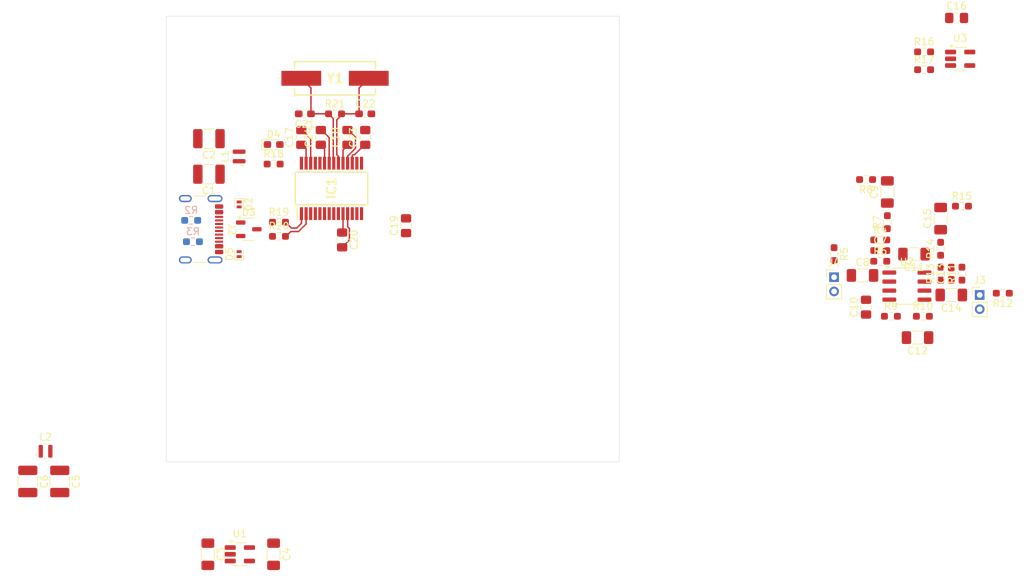
<source format=kicad_pcb>
(kicad_pcb (version 20240108) (generator "pcbnew") (generator_version "8.0")
  (layers (0 "F.Cu" signal) (1 "In1.Cu" signal) (2 "In2.Cu" signal) (31 "B.Cu" signal) (34 "B.Paste" user) (35 "F.Paste" user) (36 "B.SilkS" user "B.Silkscreen") (37 "F.SilkS" user "F.Silkscreen") (38 "B.Mask" user) (39 "F.Mask" user) (44 "Edge.Cuts" user))
  (net 0 "")
  (net 1 "+3.3VA")
  (net 2 "GND")
  (net 3 "VCC")
  (net 4 "/VCOM")
  (net 5 "/USB ADC/XTI")
  (net 6 "/USB ADC/XTO")
  (net 7 "/VBUS")
  (net 8 "+5V")
  (net 9 "/Mic Preamp/VOUT_{L}")
  (net 10 "/Mic Preamp/VN_{L}")
  (net 11 "/VRAW_{L}")
  (net 12 "/Mic Preamp/VOUT_{L}_R")
  (net 13 "/VIN_{L}")
  (net 14 "/Mic Preamp/VOUT_{R}")
  (net 15 "/Mic Preamp/VN_{R}")
  (net 16 "/VRAW_{R}")
  (net 17 "/Mic Preamp/VOUT_{R}_R")
  (net 18 "/VIN_{R}")
  (net 19 "/USB ADC/~{SSPND}_R")
  (net 20 "/D+")
  (net 21 "/D-")
  (net 22 "/DOUT")
  (net 23 "/USB ADC/D-_R")
  (net 26 "/USB ADC/D+_R")
  (net 30 "/USB ADC/~{SSPND}")
  (net 34 "/Connectors/CC1")
  (net 35 "/Connectors/CC2")
  (net 36 "/USB ADC/D+_PUR")
  (footprint "Connector_PinHeader_2.00mm:PinHeader_1x02_P2.00mm_Vertical" (layer "F.Cu") (at 194.75 89.75)
    (property "Reference" "J4" (at 0 -2.06 0) (layer "F.SilkS"))
    (property "Value" "Conn_01x02_Pin")
    (pad "1" thru_hole rect (at 0 0) (size 1.35 1.35) (drill 0.8) (layers "*.Cu" "*.Mask") (net 11 "/VRAW_{L}"))
    (pad "2" thru_hole oval (at 0 2) (size 1.35 1.35) (drill 0.8) (layers "*.Cu" "*.Mask") (net 4 "/VCOM"))
  )
  (footprint "binauralmic:ABLS" (layer "F.Cu") (at 124.5 61.75)
    (property "Reference" "Y1" (at 0 0 0) (layer "F.SilkS") (effects (font (size 1.27 1.27) (thickness 0.254))))
    (property "Value" "ABLS-12.000MHZ-20-D-3-H-T" (hide yes))
    (pad "1" smd rect (at -4.75 0 90) (size 2.1 5.6) (layers "F.Cu" "F.Paste" "F.Mask") (net 5 "/USB ADC/XTI"))
    (pad "2" smd rect (at 4.75 0 90) (size 2.1 5.6) (layers "F.Cu" "F.Paste" "F.Mask") (net 6 "/USB ADC/XTO"))
  )
  (footprint "Capacitor_SMD:C_1206_3216Metric_Pad1.33x1.80mm_HandSolder" (layer "F.Cu") (at 115.85 128.75 -90)
    (property "Reference" "C4" (at 0 -1.85 90) (layer "F.SilkS"))
    (property "Value" "1u")
    (pad "1" smd roundrect (at -1.5625 0 270) (size 1.325 1.8) (layers "F.Cu" "F.Paste" "F.Mask") (roundrect_rratio 0.188679) (net 3 "VCC"))
    (pad "2" smd roundrect (at 1.5625 0 270) (size 1.325 1.8) (layers "F.Cu" "F.Paste" "F.Mask") (roundrect_rratio 0.188679) (net 2 "GND"))
  )
  (footprint "Capacitor_SMD:C_0805_2012Metric_Pad1.18x1.45mm_HandSolder" (layer "F.Cu") (at 134.5 82.5 90)
    (property "Reference" "C19" (at 0 -1.679999 90) (layer "F.SilkS"))
    (property "Value" "10u")
    (pad "1" smd roundrect (at -1.0375 0 90) (size 1.175 1.45) (layers "F.Cu" "F.Paste" "F.Mask") (roundrect_rratio 0.212766) (net 2 "GND"))
    (pad "2" smd roundrect (at 1.0375 0 90) (size 1.175 1.45) (layers "F.Cu" "F.Paste" "F.Mask") (roundrect_rratio 0.212766) (net 4 "/VCOM"))
  )
  (footprint "Capacitor_SMD:C_0603_1608Metric_Pad1.08x0.95mm_HandSolder" (layer "F.Cu") (at 201.25 86)
    (property "Reference" "C7" (at 0 -1.43 0) (layer "F.SilkS"))
    (property "Value" "68p")
    (pad "1" smd roundrect (at -0.8625 0) (size 1.075 0.95) (layers "F.Cu" "F.Paste" "F.Mask") (net 10 "/Mic Preamp/VN_{L}"))
    (pad "2" smd roundrect (at 0.8625 0) (size 1.075 0.95) (layers "F.Cu" "F.Paste" "F.Mask") (net 9 "/Mic Preamp/VOUT_{L}"))
  )
  (footprint "Resistor_SMD:R_0603_1608Metric_Pad0.98x0.95mm_HandSolder" (layer "F.Cu") (at 115.86 73.822499)
    (property "Reference" "R18" (at 0 -1.43 360) (layer "F.SilkS"))
    (property "Value" "5.6k")
    (pad "1" smd roundrect (at -0.9125 0) (size 0.975 0.95) (layers "F.Cu" "F.Paste" "F.Mask") (net 19 "/USB ADC/~{SSPND}_R"))
    (pad "2" smd roundrect (at 0.9125 0) (size 0.975 0.95) (layers "F.Cu" "F.Paste" "F.Mask") (net 30 "/USB ADC/~{SSPND}"))
  )
  (footprint "Resistor_SMD:R_0603_1608Metric_Pad0.98x0.95mm_HandSolder" (layer "F.Cu") (at 207.42 60.535)
    (property "Reference" "R17" (at 0 -1.43 0) (layer "F.SilkS"))
    (property "Value" "1M")
    (pad "1" smd roundrect (at -0.9125 0) (size 0.975 0.95) (layers "F.Cu" "F.Paste" "F.Mask") (net 7 "/VBUS"))
    (pad "2" smd roundrect (at 0.9125 0) (size 0.975 0.95) (layers "F.Cu" "F.Paste" "F.Mask") (net 2 "GND"))
  )
  (footprint "Resistor_SMD:R_0603_1608Metric_Pad0.98x0.95mm_HandSolder" (layer "F.Cu") (at 209.75 85.75 90)
    (property "Reference" "R14" (at 0 -1.43 90) (layer "F.SilkS"))
    (property "Value" "49.9")
    (pad "1" smd roundrect (at -0.9125 0 90) (size 0.975 0.95) (layers "F.Cu" "F.Paste" "F.Mask") (net 14 "/Mic Preamp/VOUT_{R}"))
    (pad "2" smd roundrect (at 0.9125 0 90) (size 0.975 0.95) (layers "F.Cu" "F.Paste" "F.Mask") (net 17 "/Mic Preamp/VOUT_{R}_R"))
  )
  (footprint "Resistor_SMD:R_0603_1608Metric_Pad0.98x0.95mm_HandSolder" (layer "F.Cu") (at 116.609999 84)
    (property "Reference" "R20" (at 0 -1.43 360) (layer "F.SilkS"))
    (property "Value" "22")
    (pad "1" smd roundrect (at -0.9125 0) (size 0.975 0.95) (layers "F.Cu" "F.Paste" "F.Mask") (net 21 "/D-"))
    (pad "2" smd roundrect (at 0.9125 0) (size 0.975 0.95) (layers "F.Cu" "F.Paste" "F.Mask") (net 23 "/USB ADC/D-_R"))
  )
  (footprint "Capacitor_SMD:C_1210_3225Metric_Pad1.33x2.70mm_HandSolder" (layer "F.Cu") (at 81.25 118.5 -90)
    (property "Reference" "C6" (at 0 -2.3 90) (layer "F.SilkS"))
    (property "Value" "22u")
    (pad "1" smd roundrect (at -1.5625 0 270) (size 1.325 2.7) (layers "F.Cu" "F.Paste" "F.Mask") (roundrect_rratio 0.188679) (net 1 "+3.3VA"))
    (pad "2" smd roundrect (at 1.5625 0 270) (size 1.325 2.7) (layers "F.Cu" "F.Paste" "F.Mask") (roundrect_rratio 0.188679) (net 2 "GND"))
  )
  (footprint "Resistor_SMD:R_0603_1608Metric_Pad0.98x0.95mm_HandSolder" (layer "F.Cu") (at 202.25 82 90)
    (property "Reference" "R7" (at 0 -1.43 90) (layer "F.SilkS"))
    (property "Value" "49.9")
    (pad "1" smd roundrect (at -0.9125 0 90) (size 0.975 0.95) (layers "F.Cu" "F.Paste" "F.Mask") (net 9 "/Mic Preamp/VOUT_{L}"))
    (pad "2" smd roundrect (at 0.9125 0 90) (size 0.975 0.95) (layers "F.Cu" "F.Paste" "F.Mask") (net 12 "/Mic Preamp/VOUT_{L}_R"))
  )
  (footprint "Resistor_SMD:R_0603_1608Metric_Pad0.98x0.95mm_HandSolder" (layer "F.Cu") (at 212.75 89.25 90)
    (property "Reference" "R11" (at 0 -1.43 90) (layer "F.SilkS"))
    (property "Value" "1M")
    (pad "1" smd roundrect (at -0.9125 0 90) (size 0.975 0.95) (layers "F.Cu" "F.Paste" "F.Mask") (net 15 "/Mic Preamp/VN_{R}"))
    (pad "2" smd roundrect (at 0.9125 0 90) (size 0.975 0.95) (layers "F.Cu" "F.Paste" "F.Mask") (net 14 "/Mic Preamp/VOUT_{R}"))
  )
  (footprint "Package_TO_SOT_SMD:SOT-23-5_HandSoldering" (layer "F.Cu") (at 212.5 59)
    (property "Reference" "U3" (at 0 -2.9 0) (layer "F.SilkS"))
    (property "Value" "74LVC1G08")
    (pad "1" smd roundrect (at -1.35 -0.95) (size 1.56 0.65) (layers "F.Cu" "F.Paste" "F.Mask") (net 3 "VCC"))
    (pad "2" smd roundrect (at -1.35 0) (size 1.56 0.65) (layers "F.Cu" "F.Paste" "F.Mask") (net 7 "/VBUS"))
    (pad "3" smd roundrect (at -1.35 0.95) (size 1.56 0.65) (layers "F.Cu" "F.Paste" "F.Mask") (net 2 "GND"))
    (pad "4" smd roundrect (at 1.35 0.95) (size 1.56 0.65) (layers "F.Cu" "F.Paste" "F.Mask") (net 36 "/USB ADC/D+_PUR"))
    (pad "5" smd roundrect (at 1.35 -0.95) (size 1.56 0.65) (layers "F.Cu" "F.Paste" "F.Mask") (net 3 "VCC"))
  )
  (footprint "Connector_PinHeader_2.00mm:PinHeader_1x02_P2.00mm_Vertical" (layer "F.Cu") (at 215.25 92.25)
    (property "Reference" "J3" (at 0 -2.06 0) (layer "F.SilkS"))
    (property "Value" "Conn_01x02_Pin")
    (pad "1" thru_hole rect (at 0 0) (size 1.35 1.35) (drill 0.8) (layers "*.Cu" "*.Mask") (net 16 "/VRAW_{R}"))
    (pad "2" thru_hole oval (at 0 2) (size 1.35 1.35) (drill 0.8) (layers "*.Cu" "*.Mask") (net 4 "/VCOM"))
  )
  (footprint "Capacitor_SMD:C_1206_3216Metric_Pad1.33x1.80mm_HandSolder" (layer "F.Cu") (at 209.75 81.5 90)
    (property "Reference" "C15" (at 0 -1.85 90) (layer "F.SilkS"))
    (property "Value" "4.7u")
    (pad "1" smd roundrect (at -1.5625 0 90) (size 1.325 1.8) (layers "F.Cu" "F.Paste" "F.Mask") (roundrect_rratio 0.188679) (net 17 "/Mic Preamp/VOUT_{R}_R"))
    (pad "2" smd roundrect (at 1.5625 0 90) (size 1.325 1.8) (layers "F.Cu" "F.Paste" "F.Mask") (roundrect_rratio 0.188679) (net 18 "/VIN_{R}"))
  )
  (footprint "Resistor_SMD:R_0603_1608Metric_Pad0.98x0.95mm_HandSolder" (layer "F.Cu") (at 116.61 82)
    (property "Reference" "R19" (at 0 -1.43 360) (layer "F.SilkS"))
    (property "Value" "22")
    (pad "1" smd roundrect (at -0.9125 0) (size 0.975 0.95) (layers "F.Cu" "F.Paste" "F.Mask") (net 20 "/D+"))
    (pad "2" smd roundrect (at 0.9125 0) (size 0.975 0.95) (layers "F.Cu" "F.Paste" "F.Mask") (net 26 "/USB ADC/D+_R"))
  )
  (footprint "Capacitor_SMD:C_1210_3225Metric_Pad1.33x2.70mm_HandSolder" (layer "F.Cu") (at 106.75 75.25 180)
    (property "Reference" "C1" (at 0 -2.300001 0) (layer "F.SilkS"))
    (property "Value" "22u")
    (pad "1" smd roundrect (at -1.5625 0 180) (size 1.325 2.7) (layers "F.Cu" "F.Paste" "F.Mask") (roundrect_rratio 0.188679) (net 7 "/VBUS"))
    (pad "2" smd roundrect (at 1.5625 0 180) (size 1.325 2.7) (layers "F.Cu" "F.Paste" "F.Mask") (roundrect_rratio 0.188679) (net 2 "GND"))
  )
  (footprint "Resistor_SMD:R_0603_1608Metric_Pad0.98x0.95mm_HandSolder" (layer "F.Cu") (at 194.75 86.5 -90)
    (property "Reference" "R5" (at 0 -1.43 90) (layer "F.SilkS"))
    (property "Value" "5.9k")
    (pad "1" smd roundrect (at -0.9125 0 270) (size 0.975 0.95) (layers "F.Cu" "F.Paste" "F.Mask") (net 8 "+5V"))
    (pad "2" smd roundrect (at 0.9125 0 270) (size 0.975 0.95) (layers "F.Cu" "F.Paste" "F.Mask") (net 11 "/VRAW_{L}"))
  )
  (footprint "Package_SO:SOIC-8_3.9x4.9mm_P1.27mm" (layer "F.Cu") (at 205 91)
    (property "Reference" "U2" (at 0 -3.4 0) (layer "F.SilkS"))
    (property "Value" "TL972QDRQ1")
    (pad "1" smd roundrect (at -2.475 -1.905) (size 1.95 0.6) (layers "F.Cu" "F.Paste" "F.Mask") (net 9 "/Mic Preamp/VOUT_{L}"))
    (pad "2" smd roundrect (at -2.475 -0.635) (size 1.95 0.6) (layers "F.Cu" "F.Paste" "F.Mask") (net 10 "/Mic Preamp/VN_{L}"))
    (pad "3" smd roundrect (at -2.475 0.635) (size 1.95 0.6) (layers "F.Cu" "F.Paste" "F.Mask") (net 4 "/VCOM"))
    (pad "4" smd roundrect (at -2.475 1.905) (size 1.95 0.6) (layers "F.Cu" "F.Paste" "F.Mask") (net 2 "GND"))
    (pad "5" smd roundrect (at 2.475 1.905) (size 1.95 0.6) (layers "F.Cu" "F.Paste" "F.Mask") (net 4 "/VCOM"))
    (pad "6" smd roundrect (at 2.475 0.635) (size 1.95 0.6) (layers "F.Cu" "F.Paste" "F.Mask") (net 15 "/Mic Preamp/VN_{R}"))
    (pad "7" smd roundrect (at 2.475 -0.635) (size 1.95 0.6) (layers "F.Cu" "F.Paste" "F.Mask") (net 14 "/Mic Preamp/VOUT_{R}"))
    (pad "8" smd roundrect (at 2.475 -1.905) (size 1.95 0.6) (layers "F.Cu" "F.Paste" "F.Mask") (net 1 "+3.3VA"))
  )
  (footprint "Capacitor_SMD:C_0603_1608Metric_Pad1.08x0.95mm_HandSolder" (layer "F.Cu") (at 128.75 66.75)
    (property "Reference" "C22" (at 0 -1.43 360) (layer "F.SilkS"))
    (property "Value" "16p")
    (pad "1" smd roundrect (at -0.862501 0) (size 1.075 0.95) (layers "F.Cu" "F.Paste" "F.Mask") (net 6 "/USB ADC/XTO"))
    (pad "2" smd roundrect (at 0.862501 0) (size 1.075 0.95) (layers "F.Cu" "F.Paste" "F.Mask") (net 2 "GND"))
  )
  (footprint "Resistor_SMD:R_0603_1608Metric_Pad0.98x0.95mm_HandSolder" (layer "F.Cu") (at 201.25 84.5)
    (property "Reference" "R4" (at 0 -1.43 0) (layer "F.SilkS"))
    (property "Value" "1M")
    (pad "1" smd roundrect (at -0.9125 0) (size 0.975 0.95) (layers "F.Cu" "F.Paste" "F.Mask") (net 10 "/Mic Preamp/VN_{L}"))
    (pad "2" smd roundrect (at 0.9125 0) (size 0.975 0.95) (layers "F.Cu" "F.Paste" "F.Mask") (net 9 "/Mic Preamp/VOUT_{L}"))
  )
  (footprint "Inductor_SMD:L_Coilcraft_XFL2010" (layer "F.Cu") (at 83.75 114.25)
    (property "Reference" "L2" (at 0 -2 0) (layer "F.SilkS"))
    (property "Value" "XFL2010-823ME")
    (pad "1" smd roundrect (at -0.675 0) (size 0.6 1.8) (layers "F.Cu" "F.Paste" "F.Mask") (net 1 "+3.3VA"))
    (pad "2" smd roundrect (at 0.675 0) (size 0.6 1.8) (layers "F.Cu" "F.Paste" "F.Mask") (net 3 "VCC"))
  )
  (footprint "Capacitor_SMD:C_1206_3216Metric_Pad1.33x1.80mm_HandSolder" (layer "F.Cu") (at 206 86.5 180)
    (property "Reference" "C11" (at 0 -1.850001 360) (layer "F.SilkS"))
    (property "Value" "1u")
    (pad "1" smd roundrect (at -1.5625 0 180) (size 1.325 1.8) (layers "F.Cu" "F.Paste" "F.Mask") (roundrect_rratio 0.188679) (net 1 "+3.3VA"))
    (pad "2" smd roundrect (at 1.5625 0 180) (size 1.325 1.8) (layers "F.Cu" "F.Paste" "F.Mask") (roundrect_rratio 0.188679) (net 2 "GND"))
  )
  (footprint "Resistor_SMD:R_0603_1608Metric_Pad0.98x0.95mm_HandSolder" (layer "F.Cu") (at 218.5 92 180)
    (property "Reference" "R12" (at 0 -1.43 0) (layer "F.SilkS"))
    (property "Value" "5.9k")
    (pad "1" smd roundrect (at -0.9125 0 180) (size 0.975 0.95) (layers "F.Cu" "F.Paste" "F.Mask") (net 8 "+5V"))
    (pad "2" smd roundrect (at 0.9125 0 180) (size 0.975 0.95) (layers "F.Cu" "F.Paste" "F.Mask") (net 16 "/VRAW_{R}"))
  )
  (footprint "Resistor_SMD:R_0603_1608Metric_Pad0.98x0.95mm_HandSolder" (layer "F.Cu") (at 207.42 58.025)
    (property "Reference" "R16" (at 0 -1.43 0) (layer "F.SilkS"))
    (property "Value" "1.5k")
    (pad "1" smd roundrect (at -0.9125 0) (size 0.975 0.95) (layers "F.Cu" "F.Paste" "F.Mask") (net 36 "/USB ADC/D+_PUR"))
    (pad "2" smd roundrect (at 0.9125 0) (size 0.975 0.95) (layers "F.Cu" "F.Paste" "F.Mask") (net 20 "/D+"))
  )
  (footprint "Capacitor_SMD:C_0805_2012Metric_Pad1.18x1.45mm_HandSolder" (layer "F.Cu") (at 212 53.255)
    (property "Reference" "C16" (at 0 -1.68 0) (layer "F.SilkS"))
    (property "Value" "0.1u")
    (pad "1" smd roundrect (at -1.0375 0) (size 1.175 1.45) (layers "F.Cu" "F.Paste" "F.Mask") (roundrect_rratio 0.212766) (net 2 "GND"))
    (pad "2" smd roundrect (at 1.0375 0) (size 1.175 1.45) (layers "F.Cu" "F.Paste" "F.Mask") (roundrect_rratio 0.212766) (net 3 "VCC"))
  )
  (footprint "LED_SMD:LED_0603_1608Metric_Pad1.05x0.95mm_HandSolder" (layer "F.Cu") (at 115.86 71.0725)
    (property "Reference" "D4" (at 0 -1.43 360) (layer "F.SilkS"))
    (property "Value" "LTST-C193KRKT-2A")
    (pad "1" smd roundrect (at -0.874999 0) (size 1.05 0.95) (layers "F.Cu" "F.Paste" "F.Mask") (net 19 "/USB ADC/~{SSPND}_R"))
    (pad "2" smd roundrect (at 0.874999 0) (size 1.05 0.95) (layers "F.Cu" "F.Paste" "F.Mask") (net 3 "VCC"))
  )
  (footprint "Capacitor_SMD:C_1210_3225Metric_Pad1.33x2.70mm_HandSolder" (layer "F.Cu") (at 85.75 118.5 -90)
    (property "Reference" "C5" (at 0 -2.3 90) (layer "F.SilkS"))
    (property "Value" "22u")
    (pad "1" smd roundrect (at -1.5625 0 270) (size 1.325 2.7) (layers "F.Cu" "F.Paste" "F.Mask") (roundrect_rratio 0.188679) (net 3 "VCC"))
    (pad "2" smd roundrect (at 1.5625 0 270) (size 1.325 2.7) (layers "F.Cu" "F.Paste" "F.Mask") (roundrect_rratio 0.188679) (net 2 "GND"))
  )
  (footprint "Capacitor_SMD:C_1206_3216Metric_Pad1.33x1.80mm_HandSolder" (layer "F.Cu") (at 198.75 89.5)
    (property "Reference" "C8" (at 0 -1.85 0) (layer "F.SilkS"))
    (property "Value" "4.7u")
    (pad "1" smd roundrect (at -1.5625 0) (size 1.325 1.8) (layers "F.Cu" "F.Paste" "F.Mask") (roundrect_rratio 0.188679) (net 11 "/VRAW_{L}"))
    (pad "2" smd roundrect (at 1.5625 0) (size 1.325 1.8) (layers "F.Cu" "F.Paste" "F.Mask") (roundrect_rratio 0.188679) (net 10 "/Mic Preamp/VN_{L}"))
  )
  (footprint "Capacitor_SMD:C_1206_3216Metric_Pad1.33x1.80mm_HandSolder" (layer "F.Cu") (at 202.25 77.75 90)
    (property "Reference" "C9" (at 0 -1.85 90) (layer "F.SilkS"))
    (property "Value" "4.7u")
    (pad "1" smd roundrect (at -1.5625 0 90) (size 1.325 1.8) (layers "F.Cu" "F.Paste" "F.Mask") (roundrect_rratio 0.188679) (net 12 "/Mic Preamp/VOUT_{L}_R"))
    (pad "2" smd roundrect (at 1.5625 0 90) (size 1.325 1.8) (layers "F.Cu" "F.Paste" "F.Mask") (roundrect_rratio 0.188679) (net 13 "/VIN_{L}"))
  )
  (footprint "Capacitor_SMD:C_1206_3216Metric_Pad1.33x1.80mm_HandSolder" (layer "F.Cu") (at 211.25 92.25 180)
    (property "Reference" "C14" (at 0 -1.85 0) (layer "F.SilkS"))
    (property "Value" "4.7u")
    (pad "1" smd roundrect (at -1.5625 0 180) (size 1.325 1.8) (layers "F.Cu" "F.Paste" "F.Mask") (roundrect_rratio 0.188679) (net 16 "/VRAW_{R}"))
    (pad "2" smd roundrect (at 1.5625 0 180) (size 1.325 1.8) (layers "F.Cu" "F.Paste" "F.Mask") (roundrect_rratio 0.188679) (net 15 "/Mic Preamp/VN_{R}"))
  )
  (footprint "Capacitor_SMD:C_0603_1608Metric_Pad1.08x0.95mm_HandSolder" (layer "F.Cu") (at 120.25 66.75 180)
    (property "Reference" "C21" (at 0 -1.43 360) (layer "F.SilkS"))
    (property "Value" "16p")
    (pad "1" smd roundrect (at -0.862501 0 180) (size 1.075 0.95) (layers "F.Cu" "F.Paste" "F.Mask") (net 5 "/USB ADC/XTI"))
    (pad "2" smd roundrect (at 0.862501 0 180) (size 1.075 0.95) (layers "F.Cu" "F.Paste" "F.Mask") (net 2 "GND"))
  )
  (footprint "Package_TO_SOT_SMD:SOT-23-5_HandSoldering" (layer "F.Cu") (at 111.1 128.75)
    (property "Reference" "U1" (at 0 -2.9 0) (layer "F.SilkS"))
    (property "Value" "MIC5504-3.3YM5")
    (pad "1" smd roundrect (at -1.35 -0.95) (size 1.56 0.65) (layers "F.Cu" "F.Paste" "F.Mask") (net 8 "+5V"))
    (pad "2" smd roundrect (at -1.35 0) (size 1.56 0.65) (layers "F.Cu" "F.Paste" "F.Mask") (net 2 "GND"))
    (pad "3" smd roundrect (at -1.35 0.95) (size 1.56 0.65) (layers "F.Cu" "F.Paste" "F.Mask") (net 8 "+5V"))
    (pad "4" smd roundrect (at 1.35 0.95) (size 1.56 0.65) (layers "F.Cu" "F.Paste" "F.Mask"))
    (pad "5" smd roundrect (at 1.35 -0.95) (size 1.56 0.65) (layers "F.Cu" "F.Paste" "F.Mask") (net 3 "VCC"))
  )
  (footprint "Resistor_SMD:R_0603_1608Metric_Pad0.98x0.95mm_HandSolder" (layer "F.Cu") (at 209.75 89.25 90)
    (property "Reference" "R13" (at 0 -1.43 90) (layer "F.SilkS"))
    (property "Value" "18k")
    (pad "1" smd roundrect (at -0.9125 0 90) (size 0.975 0.95) (layers "F.Cu" "F.Paste" "F.Mask") (net 15 "/Mic Preamp/VN_{R}"))
    (pad "2" smd roundrect (at 0.9125 0 90) (size 0.975 0.95) (layers "F.Cu" "F.Paste" "F.Mask") (net 14 "/Mic Preamp/VOUT_{R}"))
  )
  (footprint "Resistor_SMD:R_0603_1608Metric_Pad0.98x0.95mm_HandSolder" (layer "F.Cu") (at 199.25 76 180)
    (property "Reference" "R8" (at 0 -1.43 0) (layer "F.SilkS"))
    (property "Value" "100k")
    (pad "1" smd roundrect (at -0.9125 0 180) (size 0.975 0.95) (layers "F.Cu" "F.Paste" "F.Mask") (net 13 "/VIN_{L}"))
    (pad "2" smd roundrect (at 0.9125 0 180) (size 0.975 0.95) (layers "F.Cu" "F.Paste" "F.Mask") (net 2 "GND"))
  )
  (footprint "Capacitor_SMD:C_1210_3225Metric_Pad1.33x2.70mm_HandSolder" (layer "F.Cu") (at 106.75 70.25 180)
    (property "Reference" "C2" (at 0 -2.300001 0) (layer "F.SilkS"))
    (property "Value" "22u")
    (pad "1" smd roundrect (at -1.5625 0 180) (size 1.325 2.7) (layers "F.Cu" "F.Paste" "F.Mask") (roundrect_rratio 0.188679) (net 8 "+5V"))
    (pad "2" smd roundrect (at 1.5625 0 180) (size 1.325 2.7) (layers "F.Cu" "F.Paste" "F.Mask") (roundrect_rratio 0.188679) (net 2 "GND"))
  )
  (footprint "Inductor_SMD:L_Coilcraft_XFL2010" (layer "F.Cu") (at 111 72.75 90)
    (property "Reference" "L1" (at 0 -2.000001 90) (layer "F.SilkS"))
    (property "Value" "XFL2010-823ME")
    (pad "1" smd roundrect (at -0.675 0 90) (size 0.6 1.8) (layers "F.Cu" "F.Paste" "F.Mask") (net 7 "/VBUS"))
    (pad "2" smd roundrect (at 0.675 0 90) (size 0.6 1.8) (layers "F.Cu" "F.Paste" "F.Mask") (net 8 "+5V"))
  )
  (footprint "Diode_SMD:D_SOD-882" (layer "F.Cu") (at 111 86.5 90)
    (property "Reference" "D5" (at 0 -1.35 90) (layer "F.SilkS"))
    (property "Value" "PESD5V5C1BL")
    (pad "1" smd roundrect (at -0.35 0 90) (size 0.4 0.7) (layers "F.Cu" "F.Mask") (roundrect_rratio 0.125) (net 2 "GND"))
    (pad "2" smd roundrect (at 0.35 0 90) (size 0.4 0.7) (layers "F.Cu" "F.Mask") (roundrect_rratio 0.125) (net 7 "/VBUS"))
  )
  (footprint "Capacitor_SMD:C_0603_1608Metric_Pad1.08x0.95mm_HandSolder" (layer "F.Cu") (at 211.25 89.25 90)
    (property "Reference" "C13" (at 0 -1.43 90) (layer "F.SilkS"))
    (property "Value" "68p")
    (pad "1" smd roundrect (at -0.8625 0 90) (size 1.075 0.95) (layers "F.Cu" "F.Paste" "F.Mask") (net 15 "/Mic Preamp/VN_{R}"))
    (pad "2" smd roundrect (at 0.8625 0 90) (size 1.075 0.95) (layers "F.Cu" "F.Paste" "F.Mask") (net 14 "/Mic Preamp/VOUT_{R}"))
  )
  (footprint "Capacitor_SMD:C_0805_2012Metric_Pad1.18x1.45mm_HandSolder" (layer "F.Cu") (at 122.5 70.072499 90)
    (property "Reference" "C24" (at 0 -1.679999 90) (layer "F.SilkS"))
    (property "Value" "10u")
    (pad "1" smd roundrect (at -1.0375 0 90) (size 1.175 1.45) (layers "F.Cu" "F.Paste" "F.Mask") (roundrect_rratio 0.212766) (net 3 "VCC"))
    (pad "2" smd roundrect (at 1.0375 0 90) (size 1.175 1.45) (layers "F.Cu" "F.Paste" "F.Mask") (roundrect_rratio 0.212766) (net 2 "GND"))
  )
  (footprint "Capacitor_SMD:C_0805_2012Metric_Pad1.18x1.45mm_HandSolder" (layer "F.Cu") (at 128.75 70.072499 90)
    (property "Reference" "C23" (at 0 -1.679999 90) (layer "F.SilkS"))
    (property "Value" "10u")
    (pad "1" smd roundrect (at -1.0375 0 90) (size 1.175 1.45) (layers "F.Cu" "F.Paste" "F.Mask") (roundrect_rratio 0.212766) (net 3 "VCC"))
    (pad "2" smd roundrect (at 1.0375 0 90) (size 1.175 1.45) (layers "F.Cu" "F.Paste" "F.Mask") (roundrect_rratio 0.212766) (net 2 "GND"))
  )
  (footprint "Capacitor_SMD:C_1206_3216Metric_Pad1.33x1.80mm_HandSolder" (layer "F.Cu") (at 106.6 128.75 -90)
    (property "Reference" "C3" (at 0 -1.85 90) (layer "F.SilkS"))
    (property "Value" "1u")
    (pad "1" smd roundrect (at -1.5625 0 270) (size 1.325 1.8) (layers "F.Cu" "F.Paste" "F.Mask") (roundrect_rratio 0.188679) (net 8 "+5V"))
    (pad "2" smd roundrect (at 1.5625 0 270) (size 1.325 1.8) (layers "F.Cu" "F.Paste" "F.Mask") (roundrect_rratio 0.188679) (net 2 "GND"))
  )
  (footprint "Capacitor_SMD:C_0805_2012Metric_Pad1.18x1.45mm_HandSolder" (layer "F.Cu") (at 119.75 70.0725 90)
    (property "Reference" "C17" (at 0 -1.679999 90) (layer "F.SilkS"))
    (property "Value" "10u")
    (pad "1" smd roundrect (at -1.0375 0 90) (size 1.175 1.45) (layers "F.Cu" "F.Paste" "F.Mask") (roundrect_rratio 0.212766) (net 3 "VCC"))
    (pad "2" smd roundrect (at 1.0375 0 90) (size 1.175 1.45) (layers "F.Cu" "F.Paste" "F.Mask") (roundrect_rratio 0.212766) (net 2 "GND"))
  )
  (footprint "Resistor_SMD:R_0603_1608Metric_Pad0.98x0.95mm_HandSolder" (layer "F.Cu") (at 212.75 79.75)
    (property "Reference" "R15" (at 0 -1.43 0) (layer "F.SilkS"))
    (property "Value" "100k")
    (pad "1" smd roundrect (at -0.9125 0) (size 0.975 0.95) (layers "F.Cu" "F.Paste" "F.Mask") (net 18 "/VIN_{R}"))
    (pad "2" smd roundrect (at 0.9125 0) (size 0.975 0.95) (layers "F.Cu" "F.Paste" "F.Mask") (net 2 "GND"))
  )
  (footprint "Resistor_SMD:R_0603_1608Metric_Pad0.98x0.95mm_HandSolder" (layer "F.Cu") (at 207.25 95.25)
    (property "Reference" "R10" (at 0 -1.43 0) (layer "F.SilkS"))
    (property "Value" "100k")
    (pad "1" smd roundrect (at -0.9125 0) (size 0.975 0.95) (layers "F.Cu" "F.Paste" "F.Mask") (net 4 "/VCOM"))
    (pad "2" smd roundrect (at 0.9125 0) (size 0.975 0.95) (layers "F.Cu" "F.Paste" "F.Mask") (net 2 "GND"))
  )
  (footprint "Diode_SMD:D_SOD-882" (layer "F.Cu") (at 111 79.5 -90)
    (property "Reference" "D2" (at 0 -1.35 90) (layer "F.SilkS"))
    (property "Value" "PESD5V5C1BL")
    (pad "1" smd roundrect (at -0.35 0 270) (size 0.4 0.7) (layers "F.Cu" "F.Mask") (roundrect_rratio 0.125) (net 2 "GND"))
    (pad "2" smd roundrect (at 0.35 0 270) (size 0.4 0.7) (layers "F.Cu" "F.Mask") (roundrect_rratio 0.125) (net 7 "/VBUS"))
  )
  (footprint "Connector_USB:USB_C_Receptacle_GCT_USB4105-xx-A_16P_TopMnt_Horizontal" (layer "F.Cu") (at 104.5 83 -90)
    (property "Reference" "J2" (at 0 -5.5 -90) (layer "F.SilkS"))
    (property "Value" "USB4105-GF-A-120")
    (pad "" np_thru_hole circle (at -2.89 -2.605 270) (size 0.65 0.65) (drill 0.65) (layers "F&B.Cu" "*.Mask"))
    (pad "" np_thru_hole circle (at 2.89 -2.605 270) (size 0.65 0.65) (drill 0.65) (layers "F&B.Cu" "*.Mask"))
    (pad "A1" smd roundrect (at -3.2 -3.68 270) (size 0.6 1.15) (layers "F.Cu" "F.Paste" "F.Mask") (net 2 "GND"))
    (pad "A4" smd roundrect (at -2.4 -3.68 270) (size 0.6 1.15) (layers "F.Cu" "F.Paste" "F.Mask") (net 7 "/VBUS"))
    (pad "A5" smd roundrect (at -1.25 -3.68 270) (size 0.3 1.15) (layers "F.Cu" "F.Paste" "F.Mask") (net 34 "/Connectors/CC1"))
    (pad "A6" smd roundrect (at -0.25 -3.68 270) (size 0.3 1.15) (layers "F.Cu" "F.Paste" "F.Mask") (net 20 "/D+"))
    (pad "A7" smd roundrect (at 0.25 -3.68 270) (size 0.3 1.15) (layers "F.Cu" "F.Paste" "F.Mask") (net 21 "/D-"))
    (pad "A8" smd roundrect (at 1.25 -3.68 270) (size 0.3 1.15) (layers "F.Cu" "F.Paste" "F.Mask"))
    (pad "A9" smd roundrect (at 2.4 -3.68 270) (size 0.6 1.15) (layers "F.Cu" "F.Paste" "F.Mask") (net 7 "/VBUS"))
    (pad "A12" smd roundrect (at 3.2 -3.68 270) (size 0.6 1.15) (layers "F.Cu" "F.Paste" "F.Mask") (net 2 "GND"))
    (pad "B1" smd roundrect (at 3.2 -3.68 270) (size 0.6 1.15) (layers "F.Cu" "F.Paste" "F.Mask") (net 2 "GND"))
    (pad "B4" smd roundrect (at 2.4 -3.68 270) (size 0.6 1.15) (layers "F.Cu" "F.Paste" "F.Mask") (net 7 "/VBUS"))
    (pad "B5" smd roundrect (at 1.75 -3.68 270) (size 0.3 1.15) (layers "F.Cu" "F.Paste" "F.Mask") (net 35 "/Connectors/CC2"))
    (pad "B6" smd roundrect (at 0.75 -3.68 270) (size 0.3 1.15) (layers "F.Cu" "F.Paste" "F.Mask") (net 20 "/D+"))
    (pad "B7" smd roundrect (at -0.75 -3.68 270) (size 0.3 1.15) (layers "F.Cu" "F.Paste" "F.Mask") (net 21 "/D-"))
    (pad "B8" smd roundrect (at -1.75 -3.68 270) (size 0.3 1.15) (layers "F.Cu" "F.Paste" "F.Mask"))
    (pad "B9" smd roundrect (at -2.4 -3.68 270) (size 0.6 1.15) (layers "F.Cu" "F.Paste" "F.Mask") (net 7 "/VBUS"))
    (pad "B12" smd roundrect (at -3.2 -3.68 270) (size 0.6 1.15) (layers "F.Cu" "F.Paste" "F.Mask") (net 2 "GND"))
    (pad "S1" thru_hole oval (at -4.32 -3.105 270) (size 1 2.1) (drill oval 0.6 1.7) (layers "*.Cu" "*.Mask" "F.Paste") (net 2 "GND"))
    (pad "S1" thru_hole oval (at -4.32 1.075 270) (size 1 1.8) (drill oval 0.6 1.4) (layers "*.Cu" "*.Mask" "F.Paste") (net 2 "GND"))
    (pad "S1" thru_hole oval (at 4.32 -3.105 270) (size 1 2.1) (drill oval 0.6 1.7) (layers "*.Cu" "*.Mask" "F.Paste") (net 2 "GND"))
    (pad "S1" thru_hole oval (at 4.32 1.075 270) (size 1 1.8) (drill oval 0.6 1.4) (layers "*.Cu" "*.Mask" "F.Paste") (net 2 "GND"))
  )
  (footprint "Capacitor_SMD:C_0805_2012Metric_Pad1.18x1.45mm_HandSolder" (layer "F.Cu") (at 126.25 70.0725 90)
    (property "Reference" "C18" (at 0 -1.679999 90) (layer "F.SilkS"))
    (property "Value" "10u")
    (pad "1" smd roundrect (at -1.0375 0 90) (size 1.175 1.45) (layers "F.Cu" "F.Paste" "F.Mask") (roundrect_rratio 0.212766) (net 3 "VCC"))
    (pad "2" smd roundrect (at 1.0375 0 90) (size 1.175 1.45) (layers "F.Cu" "F.Paste" "F.Mask") (roundrect_rratio 0.212766) (net 2 "GND"))
  )
  (footprint "Capacitor_SMD:C_1206_3216Metric_Pad1.33x1.80mm_HandSolder" (layer "F.Cu") (at 206.5 98.25 180)
    (property "Reference" "C12" (at 0 -1.85 0) (layer "F.SilkS"))
    (property "Value" "4.7u")
    (pad "1" smd roundrect (at -1.5625 0 180) (size 1.325 1.8) (layers "F.Cu" "F.Paste" "F.Mask") (roundrect_rratio 0.188679) (net 2 "GND"))
    (pad "2" smd roundrect (at 1.5625 0 180) (size 1.325 1.8) (layers "F.Cu" "F.Paste" "F.Mask") (roundrect_rratio 0.188679) (net 4 "/VCOM"))
  )
  (footprint "Resistor_SMD:R_0603_1608Metric_Pad0.98x0.95mm_HandSolder" (layer "F.Cu") (at 201.25 87.5)
    (property "Reference" "R6" (at 0 -1.43 0) (layer "F.SilkS"))
    (property "Value" "18k")
    (pad "1" smd roundrect (at -0.9125 0) (size 0.975 0.95) (layers "F.Cu" "F.Paste" "F.Mask") (net 10 "/Mic Preamp/VN_{L}"))
    (pad "2" smd roundrect (at 0.9125 0) (size 0.975 0.95) (layers "F.Cu" "F.Paste" "F.Mask") (net 9 "/Mic Preamp/VOUT_{L}"))
  )
  (footprint "Capacitor_SMD:C_0805_2012Metric_Pad1.18x1.45mm_HandSolder" (layer "F.Cu") (at 199.25 93.9625 90)
    (property "Reference" "C10" (at 0 -1.679999 90) (layer "F.SilkS"))
    (property "Value" "0.1u")
    (pad "1" smd roundrect (at -1.0375 0 90) (size 1.175 1.45) (layers "F.Cu" "F.Paste" "F.Mask") (roundrect_rratio 0.212766) (net 1 "+3.3VA"))
    (pad "2" smd roundrect (at 1.0375 0 90) (size 1.175 1.45) (layers "F.Cu" "F.Paste" "F.Mask") (roundrect_rratio 0.212766) (net 2 "GND"))
  )
  (footprint "binauralmic:SOP65P780X200-28N" (layer "F.Cu") (at 124 77.25 90)
    (property "Reference" "IC1" (at 0 0 90) (layer "F.SilkS") (effects (font (size 1.27 1.27) (thickness 0.254))))
    (property "Value" "PCM2903CDBR" (hide yes))
    (pad "1" smd rect (at -3.55 -4.225 180) (size 0.45 1.8) (layers "F.Cu" "F.Paste" "F.Mask") (net 26 "/USB ADC/D+_R"))
    (pad "2" smd rect (at -3.55 -3.575 180) (size 0.45 1.8) (layers "F.Cu" "F.Paste" "F.Mask") (net 23 "/USB ADC/D-_R"))
    (pad "3" smd rect (at -3.55 -2.925 180) (size 0.45 1.8) (layers "F.Cu" "F.Paste" "F.Mask") (net 3 "VCC"))
    (pad "4" smd rect (at -3.55 -2.275 180) (size 0.45 1.8) (layers "F.Cu" "F.Paste" "F.Mask") (net 2 "GND"))
    (pad "5" smd rect (at -3.550001 -1.625 180) (size 0.45 1.8) (layers "F.Cu" "F.Paste" "F.Mask"))
    (pad "6" smd rect (at -3.55 -0.975 180) (size 0.45 1.8) (layers "F.Cu" "F.Paste" "F.Mask"))
    (pad "7" smd rect (at -3.55 -0.325 180) (size 0.45 1.8) (layers "F.Cu" "F.Paste" "F.Mask"))
    (pad "8" smd rect (at -3.55 0.325 180) (size 0.45 1.8) (layers "F.Cu" "F.Paste" "F.Mask") (net 3 "VCC"))
    (pad "9" smd rect (at -3.55 0.975 180) (size 0.45 1.8) (layers "F.Cu" "F.Paste" "F.Mask") (net 7 "/VBUS"))
    (pad "10" smd rect (at -3.550001 1.625 180) (size 0.45 1.8) (layers "F.Cu" "F.Paste" "F.Mask") (net 3 "VCC"))
    (pad "11" smd rect (at -3.55 2.275 180) (size 0.45 1.8) (layers "F.Cu" "F.Paste" "F.Mask") (net 2 "GND"))
    (pad "12" smd rect (at -3.55 2.925 180) (size 0.45 1.8) (layers "F.Cu" "F.Paste" "F.Mask") (net 13 "/VIN_{L}"))
    (pad "13" smd rect (at -3.55 3.575 180) (size 0.45 1.8) (layers "F.Cu" "F.Paste" "F.Mask") (net 18 "/VIN_{R}"))
    (pad "14" smd rect (at -3.55 4.225 180) (size 0.45 1.8) (layers "F.Cu" "F.Paste" "F.Mask") (net 4 "/VCOM"))
    (pad "15" smd rect (at 3.55 4.225 180) (size 0.45 1.8) (layers "F.Cu" "F.Paste" "F.Mask"))
    (pad "16" smd rect (at 3.55 3.575 180) (size 0.45 1.8) (layers "F.Cu" "F.Paste" "F.Mask"))
    (pad "17" smd rect (at 3.55 2.925 180) (size 0.45 1.8) (layers "F.Cu" "F.Paste" "F.Mask") (net 3 "VCC"))
    (pad "18" smd rect (at 3.55 2.275 180) (size 0.45 1.8) (layers "F.Cu" "F.Paste" "F.Mask") (net 2 "GND"))
    (pad "19" smd rect (at 3.550001 1.625 180) (size 0.45 1.8) (layers "F.Cu" "F.Paste" "F.Mask") (net 3 "VCC"))
    (pad "20" smd rect (at 3.55 0.975 180) (size 0.45 1.8) (layers "F.Cu" "F.Paste" "F.Mask") (net 6 "/USB ADC/XTO"))
    (pad "21" smd rect (at 3.55 0.325 180) (size 0.45 1.8) (layers "F.Cu" "F.Paste" "F.Mask") (net 5 "/USB ADC/XTI"))
    (pad "22" smd rect (at 3.55 -0.325 180) (size 0.45 1.8) (layers "F.Cu" "F.Paste" "F.Mask") (net 2 "GND"))
    (pad "23" smd rect (at 3.55 -0.975 180) (size 0.45 1.8) (layers "F.Cu" "F.Paste" "F.Mask") (net 3 "VCC"))
    (pad "24" smd rect (at 3.550001 -1.625 180) (size 0.45 1.8) (layers "F.Cu" "F.Paste" "F.Mask"))
    (pad "25" smd rect (at 3.55 -2.275 180) (size 0.45 1.8) (layers "F.Cu" "F.Paste" "F.Mask") (net 22 "/DOUT"))
    (pad "26" smd rect (at 3.55 -2.925 180) (size 0.45 1.8) (layers "F.Cu" "F.Paste" "F.Mask") (net 2 "GND"))
    (pad "27" smd rect (at 3.55 -3.575 180) (size 0.45 1.8) (layers "F.Cu" "F.Paste" "F.Mask") (net 3 "VCC"))
    (pad "28" smd rect (at 3.55 -4.225 180) (size 0.45 1.8) (layers "F.Cu" "F.Paste" "F.Mask") (net 30 "/USB ADC/~{SSPND}"))
  )
  (footprint "Capacitor_SMD:C_0805_2012Metric_Pad1.18x1.45mm_HandSolder" (layer "F.Cu") (at 125.5 84.5 -90)
    (property "Reference" "C20" (at 0 -1.679999 90) (layer "F.SilkS"))
    (property "Value" "10u")
    (pad "1" smd roundrect (at -1.0375 0 270) (size 1.175 1.45) (layers "F.Cu" "F.Paste" "F.Mask") (roundrect_rratio 0.212766) (net 3 "VCC"))
    (pad "2" smd roundrect (at 1.0375 0 270) (size 1.175 1.45) (layers "F.Cu" "F.Paste" "F.Mask") (roundrect_rratio 0.212766) (net 2 "GND"))
  )
  (footprint "Package_TO_SOT_SMD:SOT-23-3" (layer "F.Cu") (at 112.3625 83)
    (property "Reference" "D3" (at 0 -2.4 0) (layer "F.SilkS"))
    (property "Value" "PESD2USB3UVT-QR")
    (pad "1" smd roundrect (at -1.1375 -0.95) (size 1.325 0.6) (layers "F.Cu" "F.Paste" "F.Mask") (net 20 "/D+"))
    (pad "2" smd roundrect (at -1.1375 0.95) (size 1.325 0.6) (layers "F.Cu" "F.Paste" "F.Mask") (net 21 "/D-"))
    (pad "3" smd roundrect (at 1.1375 0) (size 1.325 0.6) (layers "F.Cu" "F.Paste" "F.Mask") (net 2 "GND"))
  )
  (footprint "Resistor_SMD:R_0603_1608Metric_Pad0.98x0.95mm_HandSolder" (layer "F.Cu") (at 124.5 66.75)
    (property "Reference" "R21" (at 0 -1.43 360) (layer "F.SilkS"))
    (property "Value" "1M")
    (pad "1" smd roundrect (at -0.9125 0) (size 0.975 0.95) (layers "F.Cu" "F.Paste" "F.Mask") (net 5 "/USB ADC/XTI"))
    (pad "2" smd roundrect (at 0.9125 0) (size 0.975 0.95) (layers "F.Cu" "F.Paste" "F.Mask") (net 6 "/USB ADC/XTO"))
  )
  (footprint "Resistor_SMD:R_0603_1608Metric_Pad0.98x0.95mm_HandSolder" (layer "F.Cu") (at 202.75 95.25)
    (property "Reference" "R9" (at 0 -1.43 0) (layer "F.SilkS"))
    (property "Value" "100k")
    (pad "1" smd roundrect (at -0.9125 0) (size 0.975 0.95) (layers "F.Cu" "F.Paste" "F.Mask") (net 1 "+3.3VA"))
    (pad "2" smd roundrect (at 0.9125 0) (size 0.975 0.95) (layers "F.Cu" "F.Paste" "F.Mask") (net 4 "/VCOM"))
  )
  (footprint "Resistor_SMD:R_0603_1608Metric_Pad0.98x0.95mm_HandSolder" (layer "B.Cu") (at 104.25 81.75 180)
    (property "Reference" "R2" (at 0 1.43 0) (layer "B.SilkS") (effects (justify mirror)))
    (property "Value" "5.1k")
    (pad "1" smd roundrect (at -0.9125 0 180) (size 0.975 0.95) (layers "B.Cu" "B.Paste" "B.Mask") (net 34 "/Connectors/CC1"))
    (pad "2" smd roundrect (at 0.9125 0 180) (size 0.975 0.95) (layers "B.Cu" "B.Paste" "B.Mask") (net 2 "GND"))
  )
  (footprint "Resistor_SMD:R_0603_1608Metric_Pad0.98x0.95mm_HandSolder" (layer "B.Cu") (at 104.5 84.75 180)
    (property "Reference" "R3" (at 0 1.43 0) (layer "B.SilkS") (effects (justify mirror)))
    (property "Value" "5.1k")
    (pad "1" smd roundrect (at -0.9125 0 180) (size 0.975 0.95) (layers "B.Cu" "B.Paste" "B.Mask") (net 35 "/Connectors/CC2"))
    (pad "2" smd roundrect (at 0.9125 0 180) (size 0.975 0.95) (layers "B.Cu" "B.Paste" "B.Mask") (net 2 "GND"))
  )
  (gr_rect (start 100.75 53) (end 164.5 115.75) (stroke (width 0.05)) (fill none) (layer "Edge.Cuts"))
  (segment (start 119.86 69.034999) (end 121.075 70.249999) (width 0.2) (layer "F.Cu") (net 2))
  (segment (start 126.525 82.890256) (end 126.525 84.5125) (width 0.2) (layer "F.Cu") (net 2))
  (segment (start 126.275 80.8) (end 126.275 82.640256) (width 0.2) (layer "F.Cu") (net 2))
  (segment (start 126.525 84.5125) (end 125.5 85.5375) (width 0.2) (layer "F.Cu") (net 2))
  (segment (start 122.609998 69.034999) (end 123.675001 70.099999) (width 0.2) (layer "F.Cu") (net 2))
  (segment (start 126.275 72.709314) (end 127.385 71.599314) (width 0.2) (layer "F.Cu") (net 2))
  (segment (start 126.275 73.7) (end 126.275 72.709314) (width 0.2) (layer "F.Cu") (net 2))
  (segment (start 127.385 71.599314) (end 127.385 70.059999) (width 0.2) (layer "F.Cu") (net 2))
  (segment (start 121.075 70.249999) (end 121.075 73.700001) (width 0.2) (layer "F.Cu") (net 2))
  (segment (start 127.385 70.059999) (end 126.36 69.034999) (width 0.2) (layer "F.Cu") (net 2))
  (segment (start 123.675001 70.099999) (end 123.675 73.699999) (width 0.2) (layer "F.Cu") (net 2))
  (segment (start 126.275 82.640256) (end 126.525 82.890256) (width 0.2) (layer "F.Cu") (net 2))
  (segment (start 125.625 83.3375) (end 125.5 83.4625) (width 0.2) (layer "F.Cu") (net 3))
  (segment (start 122.5 71.109999) (end 123.025 71.634999) (width 0.2) (layer "F.Cu") (net 3))
  (segment (start 126.36 71.109998) (end 125.625 71.844998) (width 0.2) (layer "F.Cu") (net 3))
  (segment (start 128.640001 71.109999) (end 127.250001 72.499999) (width 0.2) (layer "F.Cu") (net 3))
  (segment (start 127.049999 72.499999) (end 126.925 72.624999) (width 0.2) (layer "F.Cu") (net 3))
  (segment (start 125.625 71.844998) (end 125.625 73.699998) (width 0.2) (layer "F.Cu") (net 3))
  (segment (start 125.625 80.800001) (end 125.625 83.3375) (width 0.2) (layer "F.Cu") (net 3))
  (segment (start 120.425 71.674999) (end 120.425 73.699999) (width 0.2) (layer "F.Cu") (net 3))
  (segment (start 123.025 71.634999) (end 123.025 73.7) (width 0.2) (layer "F.Cu") (net 3))
  (segment (start 126.925 72.624999) (end 126.925 73.699999) (width 0.2) (layer "F.Cu") (net 3))
  (segment (start 128.879998 71.109999) (end 128.640001 71.109999) (width 0.2) (layer "F.Cu") (net 3))
  (segment (start 119.86 71.109999) (end 120.425 71.674999) (width 0.2) (layer "F.Cu") (net 3))
  (segment (start 127.250001 72.499999) (end 127.049999 72.499999) (width 0.2) (layer "F.Cu") (net 3))
  (segment (start 121.112501 66.75) (end 121.112501 63.112501) (width 0.2) (layer "F.Cu") (net 5))
  (segment (start 121.112501 63.112501) (end 119.75 61.75) (width 0.2) (layer "F.Cu") (net 5))
  (segment (start 124.25 67.4125) (end 124.25 73.625001) (width 0.2) (layer "F.Cu") (net 5))
  (segment (start 123.5875 66.75) (end 124.25 67.4125) (width 0.2) (layer "F.Cu") (net 5))
  (segment (start 124.25 73.625001) (end 124.325 73.700001) (width 0.2) (layer "F.Cu") (net 5))
  (segment (start 123.5875 66.75) (end 121.112501 66.75) (width 0.2) (layer "F.Cu") (net 5))
  (segment (start 125.4125 66.75) (end 127.887499 66.75) (width 0.2) (layer "F.Cu") (net 6))
  (segment (start 124.75 67.594998) (end 124.75 72.5) (width 0.2) (layer "F.Cu") (net 6))
  (segment (start 127.887499 66.75) (end 127.887499 63.112501) (width 0.2) (layer "F.Cu") (net 6))
  (segment (start 127.887499 63.112501) (end 129.25 61.75) (width 0.2) (layer "F.Cu") (net 6))
  (segment (start 124.975 72.725) (end 124.975 73.699999) (width 0.2) (layer "F.Cu") (net 6))
  (segment (start 125.340001 66.75) (end 125.4125 66.75) (width 0.2) (layer "F.Cu") (net 6))
  (segment (start 124.75 72.5) (end 124.975 72.725) (width 0.2) (layer "F.Cu") (net 6))
  (segment (start 125.522499 66.822499) (end 124.75 67.594998) (width 0.2) (layer "F.Cu") (net 6))
  (segment (start 125.15 66.559999) (end 125.340001 66.75) (width 0.2) (layer "F.Cu") (net 6))
  (segment (start 120.424999 82.257499) (end 119.36 83.322498) (width 0.2) (layer "F.Cu") (net 23))
  (segment (start 118.2725 83.3225) (end 117.522501 84.072499) (width 0.2) (layer "F.Cu") (net 23))
  (segment (start 119.36 83.322498) (end 118.2725 83.3225) (width 0.2) (layer "F.Cu") (net 23))
  (segment (start 120.425 80.799999) (end 120.424999 82.257499) (width 0.2) (layer "F.Cu") (net 23))
  (segment (start 119.775001 80.799999) (end 119.775 82.157499) (width 0.2) (layer "F.Cu") (net 26))
  (segment (start 119.775 82.157499) (end 119.11 82.822499) (width 0.2) (layer "F.Cu") (net 26))
  (segment (start 118.344999 82.822499) (end 117.5225 82) (width 0.2) (layer "F.Cu") (net 26))
  (segment (start 119.11 82.822499) (end 118.344999 82.822499) (width 0.2) (layer "F.Cu") (net 26))
)
</source>
